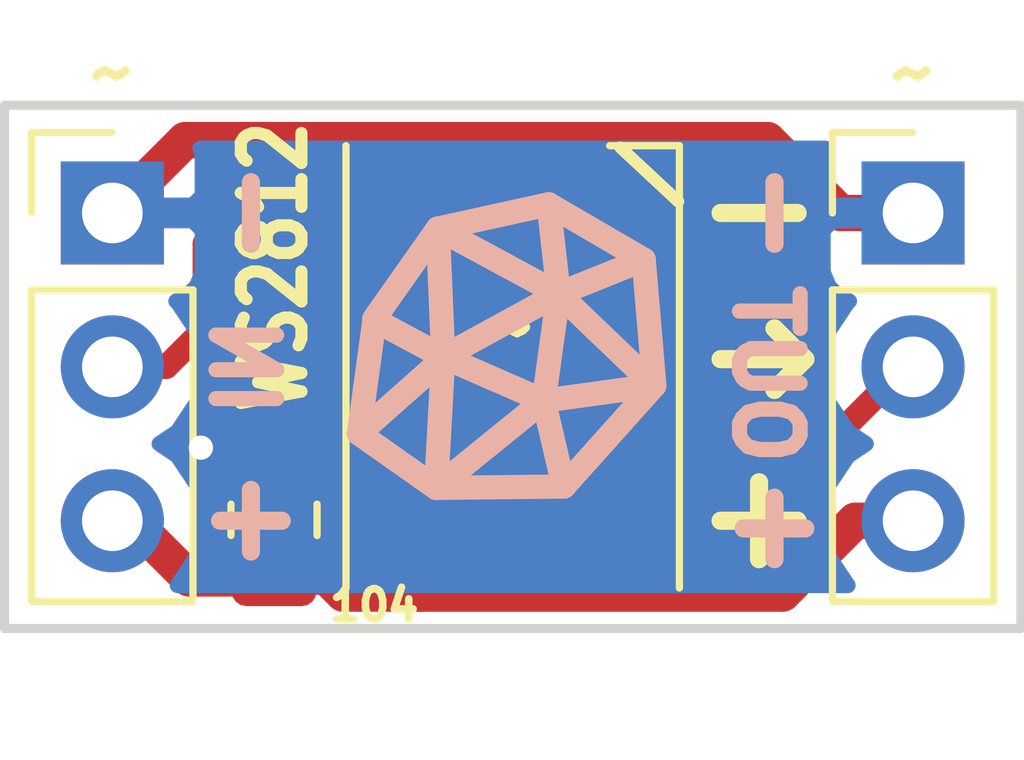
<source format=kicad_pcb>
(kicad_pcb (version 20171130) (host pcbnew "(5.0.2)-1")

  (general
    (thickness 1.6)
    (drawings 42)
    (tracks 35)
    (zones 0)
    (modules 4)
    (nets 5)
  )

  (page A4)
  (layers
    (0 F.Cu signal)
    (31 B.Cu signal)
    (32 B.Adhes user)
    (33 F.Adhes user)
    (34 B.Paste user)
    (35 F.Paste user)
    (36 B.SilkS user)
    (37 F.SilkS user)
    (38 B.Mask user)
    (39 F.Mask user)
    (40 Dwgs.User user)
    (41 Cmts.User user hide)
    (42 Eco1.User user hide)
    (43 Eco2.User user hide)
    (44 Edge.Cuts user)
    (45 Margin user)
    (46 B.CrtYd user)
    (47 F.CrtYd user hide)
    (48 B.Fab user)
    (49 F.Fab user)
  )

  (setup
    (last_trace_width 0.25)
    (trace_clearance 0.2)
    (zone_clearance 0.508)
    (zone_45_only no)
    (trace_min 0.2)
    (segment_width 0.2)
    (edge_width 0.15)
    (via_size 0.8)
    (via_drill 0.4)
    (via_min_size 0.4)
    (via_min_drill 0.3)
    (uvia_size 0.3)
    (uvia_drill 0.1)
    (uvias_allowed no)
    (uvia_min_size 0.2)
    (uvia_min_drill 0.1)
    (pcb_text_width 0.3)
    (pcb_text_size 1.5 1.5)
    (mod_edge_width 0.15)
    (mod_text_size 1 1)
    (mod_text_width 0.15)
    (pad_size 1.524 1.524)
    (pad_drill 0.762)
    (pad_to_mask_clearance 0.051)
    (solder_mask_min_width 0.25)
    (aux_axis_origin 140.462 93.472)
    (grid_origin 140.462 93.472)
    (visible_elements 7FFFFFFF)
    (pcbplotparams
      (layerselection 0x010f8_ffffffff)
      (usegerberextensions false)
      (usegerberattributes false)
      (usegerberadvancedattributes false)
      (creategerberjobfile false)
      (excludeedgelayer true)
      (linewidth 0.100000)
      (plotframeref false)
      (viasonmask false)
      (mode 1)
      (useauxorigin true)
      (hpglpennumber 1)
      (hpglpenspeed 20)
      (hpglpendiameter 15.000000)
      (psnegative false)
      (psa4output false)
      (plotreference true)
      (plotvalue true)
      (plotinvisibletext false)
      (padsonsilk false)
      (subtractmaskfromsilk false)
      (outputformat 1)
      (mirror false)
      (drillshape 0)
      (scaleselection 1)
      (outputdirectory "./release_1.0"))
  )

  (net 0 "")
  (net 1 "Net-(C1-Pad1)")
  (net 2 "Net-(C1-Pad2)")
  (net 3 "Net-(D1-Pad4)")
  (net 4 "Net-(D1-Pad2)")

  (net_class Default "This is the default net class."
    (clearance 0.2)
    (trace_width 0.25)
    (via_dia 0.8)
    (via_drill 0.4)
    (uvia_dia 0.3)
    (uvia_drill 0.1)
    (add_net "Net-(C1-Pad1)")
    (add_net "Net-(C1-Pad2)")
    (add_net "Net-(D1-Pad2)")
    (add_net "Net-(D1-Pad4)")
  )

  (module LED_SMD:LED_WS2812B_PLCC4_5.0x5.0mm_P3.2mm locked (layer F.Cu) (tedit 5CAABC3F) (tstamp 5CAABF83)
    (at 148.844 97.79 90)
    (descr https://cdn-shop.adafruit.com/datasheets/WS2812B.pdf)
    (tags "LED RGB NeoPixel")
    (path /5C9EA145)
    (attr smd)
    (fp_text reference ~ (at 0.635 0 180) (layer F.SilkS)
      (effects (font (size 1 1) (thickness 0.15)))
    )
    (fp_text value WS2812B (at 5.207 0 180) (layer F.Fab)
      (effects (font (size 1 1) (thickness 0.15)))
    )
    (fp_circle (center 0 0) (end 0 -2) (layer F.Fab) (width 0.1))
    (fp_line (start 3.65 2.75) (end 3.65 1.6) (layer F.SilkS) (width 0.12))
    (fp_line (start -3.65 2.75) (end 3.65 2.75) (layer F.SilkS) (width 0.12))
    (fp_line (start -3.65 -2.75) (end 3.65 -2.75) (layer F.SilkS) (width 0.12))
    (fp_line (start 2.5 -2.5) (end -2.5 -2.5) (layer F.Fab) (width 0.1))
    (fp_line (start 2.5 2.5) (end 2.5 -2.5) (layer F.Fab) (width 0.1))
    (fp_line (start -2.5 2.5) (end 2.5 2.5) (layer F.Fab) (width 0.1))
    (fp_line (start -2.5 -2.5) (end -2.5 2.5) (layer F.Fab) (width 0.1))
    (fp_line (start 2.5 1.5) (end 1.5 2.5) (layer F.Fab) (width 0.1))
    (fp_line (start -3.45 -2.75) (end -3.45 2.75) (layer F.CrtYd) (width 0.05))
    (fp_line (start -3.45 2.75) (end 3.45 2.75) (layer F.CrtYd) (width 0.05))
    (fp_line (start 3.45 2.75) (end 3.45 -2.75) (layer F.CrtYd) (width 0.05))
    (fp_line (start 3.45 -2.75) (end -3.45 -2.75) (layer F.CrtYd) (width 0.05))
    (fp_text user %R (at 0 0 270) (layer F.Fab)
      (effects (font (size 0.8 0.8) (thickness 0.15)))
    )
    (fp_text user 1 (at -1.016 -1.6 90) (layer F.SilkS) hide
      (effects (font (size 1 1) (thickness 0.15)))
    )
    (pad 1 smd rect (at -2.45 -1.6 90) (size 1.5 1) (layers F.Cu F.Paste F.Mask)
      (net 1 "Net-(C1-Pad1)"))
    (pad 2 smd rect (at -2.45 1.6 90) (size 1.5 1) (layers F.Cu F.Paste F.Mask)
      (net 4 "Net-(D1-Pad2)"))
    (pad 4 smd rect (at 2.45 -1.6 90) (size 1.5 1) (layers F.Cu F.Paste F.Mask)
      (net 3 "Net-(D1-Pad4)"))
    (pad 3 smd rect (at 2.45 1.6 90) (size 1.5 1) (layers F.Cu F.Paste F.Mask)
      (net 2 "Net-(C1-Pad2)"))
    (model ${KISYS3DMOD}/LED_SMD.3dshapes/LED_WS2812B_PLCC4_5.0x5.0mm_P3.2mm.wrl
      (at (xyz 0 0 0))
      (scale (xyz 1 1 1))
      (rotate (xyz 0 0 0))
    )
  )

  (module Connector_PinHeader_2.54mm:PinHeader_1x03_P2.54mm_Vertical (layer F.Cu) (tedit 5CAABA63) (tstamp 5CAB31C8)
    (at 142.24 95.25)
    (descr "Through hole straight pin header, 1x03, 2.54mm pitch, single row")
    (tags "Through hole pin header THT 1x03 2.54mm single row")
    (path /5C9EA24D)
    (fp_text reference ~ (at 0 -2.33) (layer F.SilkS)
      (effects (font (size 1 1) (thickness 0.15)))
    )
    (fp_text value ~ (at 0 7.41) (layer F.Fab)
      (effects (font (size 1 1) (thickness 0.15)))
    )
    (fp_text user %R (at 0 2.54 90) (layer F.Fab)
      (effects (font (size 1 1) (thickness 0.15)))
    )
    (fp_line (start 1.8 -1.8) (end -1.8 -1.8) (layer F.CrtYd) (width 0.05))
    (fp_line (start 1.8 6.85) (end 1.8 -1.8) (layer F.CrtYd) (width 0.05))
    (fp_line (start -1.8 6.85) (end 1.8 6.85) (layer F.CrtYd) (width 0.05))
    (fp_line (start -1.8 -1.8) (end -1.8 6.85) (layer F.CrtYd) (width 0.05))
    (fp_line (start -1.33 -1.33) (end 0 -1.33) (layer F.SilkS) (width 0.12))
    (fp_line (start -1.33 0) (end -1.33 -1.33) (layer F.SilkS) (width 0.12))
    (fp_line (start -1.33 1.27) (end 1.33 1.27) (layer F.SilkS) (width 0.12))
    (fp_line (start 1.33 1.27) (end 1.33 6.41) (layer F.SilkS) (width 0.12))
    (fp_line (start -1.33 1.27) (end -1.33 6.41) (layer F.SilkS) (width 0.12))
    (fp_line (start -1.33 6.41) (end 1.33 6.41) (layer F.SilkS) (width 0.12))
    (fp_line (start -1.27 -0.635) (end -0.635 -1.27) (layer F.Fab) (width 0.1))
    (fp_line (start -1.27 6.35) (end -1.27 -0.635) (layer F.Fab) (width 0.1))
    (fp_line (start 1.27 6.35) (end -1.27 6.35) (layer F.Fab) (width 0.1))
    (fp_line (start 1.27 -1.27) (end 1.27 6.35) (layer F.Fab) (width 0.1))
    (fp_line (start -0.635 -1.27) (end 1.27 -1.27) (layer F.Fab) (width 0.1))
    (pad 3 thru_hole oval (at 0 5.08) (size 1.7 1.7) (drill 1) (layers *.Cu *.Mask)
      (net 1 "Net-(C1-Pad1)"))
    (pad 2 thru_hole oval (at 0 2.54) (size 1.7 1.7) (drill 1) (layers *.Cu *.Mask)
      (net 3 "Net-(D1-Pad4)"))
    (pad 1 thru_hole rect (at 0 0) (size 1.7 1.7) (drill 1) (layers *.Cu *.Mask)
      (net 2 "Net-(C1-Pad2)"))
    (model ${KISYS3DMOD}/Connector_PinHeader_2.54mm.3dshapes/PinHeader_1x03_P2.54mm_Vertical.wrl
      (at (xyz 0 0 0))
      (scale (xyz 1 1 1))
      (rotate (xyz 0 0 0))
    )
  )

  (module Connector_PinHeader_2.54mm:PinHeader_1x03_P2.54mm_Vertical (layer F.Cu) (tedit 5CAABA68) (tstamp 5CACF508)
    (at 155.448 95.25)
    (descr "Through hole straight pin header, 1x03, 2.54mm pitch, single row")
    (tags "Through hole pin header THT 1x03 2.54mm single row")
    (path /5C9EA20B)
    (fp_text reference ~ (at 0 -2.33) (layer F.SilkS)
      (effects (font (size 1 1) (thickness 0.15)))
    )
    (fp_text value ~ (at 0 7.41) (layer F.Fab)
      (effects (font (size 1 1) (thickness 0.15)))
    )
    (fp_line (start -0.635 -1.27) (end 1.27 -1.27) (layer F.Fab) (width 0.1))
    (fp_line (start 1.27 -1.27) (end 1.27 6.35) (layer F.Fab) (width 0.1))
    (fp_line (start 1.27 6.35) (end -1.27 6.35) (layer F.Fab) (width 0.1))
    (fp_line (start -1.27 6.35) (end -1.27 -0.635) (layer F.Fab) (width 0.1))
    (fp_line (start -1.27 -0.635) (end -0.635 -1.27) (layer F.Fab) (width 0.1))
    (fp_line (start -1.33 6.41) (end 1.33 6.41) (layer F.SilkS) (width 0.12))
    (fp_line (start -1.33 1.27) (end -1.33 6.41) (layer F.SilkS) (width 0.12))
    (fp_line (start 1.33 1.27) (end 1.33 6.41) (layer F.SilkS) (width 0.12))
    (fp_line (start -1.33 1.27) (end 1.33 1.27) (layer F.SilkS) (width 0.12))
    (fp_line (start -1.33 0) (end -1.33 -1.33) (layer F.SilkS) (width 0.12))
    (fp_line (start -1.33 -1.33) (end 0 -1.33) (layer F.SilkS) (width 0.12))
    (fp_line (start -1.8 -1.8) (end -1.8 6.85) (layer F.CrtYd) (width 0.05))
    (fp_line (start -1.8 6.85) (end 1.8 6.85) (layer F.CrtYd) (width 0.05))
    (fp_line (start 1.8 6.85) (end 1.8 -1.8) (layer F.CrtYd) (width 0.05))
    (fp_line (start 1.8 -1.8) (end -1.8 -1.8) (layer F.CrtYd) (width 0.05))
    (fp_text user %R (at 0 2.54 90) (layer F.Fab)
      (effects (font (size 1 1) (thickness 0.15)))
    )
    (pad 1 thru_hole rect (at 0 0) (size 1.7 1.7) (drill 1) (layers *.Cu *.Mask)
      (net 2 "Net-(C1-Pad2)"))
    (pad 2 thru_hole oval (at 0 2.54) (size 1.7 1.7) (drill 1) (layers *.Cu *.Mask)
      (net 4 "Net-(D1-Pad2)"))
    (pad 3 thru_hole oval (at 0 5.08) (size 1.7 1.7) (drill 1) (layers *.Cu *.Mask)
      (net 1 "Net-(C1-Pad1)"))
    (model ${KISYS3DMOD}/Connector_PinHeader_2.54mm.3dshapes/PinHeader_1x03_P2.54mm_Vertical.wrl
      (at (xyz 0 0 0))
      (scale (xyz 1 1 1))
      (rotate (xyz 0 0 0))
    )
  )

  (module Capacitor_SMD:C_0805_2012Metric (layer F.Cu) (tedit 5CAADFF8) (tstamp 5CAB3368)
    (at 144.907 100.315 90)
    (descr "Capacitor SMD 0805 (2012 Metric), square (rectangular) end terminal, IPC_7351 nominal, (Body size source: https://docs.google.com/spreadsheets/d/1BsfQQcO9C6DZCsRaXUlFlo91Tg2WpOkGARC1WS5S8t0/edit?usp=sharing), generated with kicad-footprint-generator")
    (tags capacitor)
    (path /5C9EA4DE)
    (attr smd)
    (fp_text reference 104 (at -1.412 1.651) (layer F.SilkS)
      (effects (font (size 0.5 0.5) (thickness 0.125)))
    )
    (fp_text value 100n (at -3.1265 -0.0635 180) (layer F.Fab)
      (effects (font (size 1 1) (thickness 0.15)))
    )
    (fp_line (start -1 0.6) (end -1 -0.6) (layer F.Fab) (width 0.1))
    (fp_line (start -1 -0.6) (end 1 -0.6) (layer F.Fab) (width 0.1))
    (fp_line (start 1 -0.6) (end 1 0.6) (layer F.Fab) (width 0.1))
    (fp_line (start 1 0.6) (end -1 0.6) (layer F.Fab) (width 0.1))
    (fp_line (start -0.258578 -0.71) (end 0.258578 -0.71) (layer F.SilkS) (width 0.12))
    (fp_line (start -0.258578 0.71) (end 0.258578 0.71) (layer F.SilkS) (width 0.12))
    (fp_line (start -1.68 0.95) (end -1.68 -0.95) (layer F.CrtYd) (width 0.05))
    (fp_line (start -1.68 -0.95) (end 1.68 -0.95) (layer F.CrtYd) (width 0.05))
    (fp_line (start 1.68 -0.95) (end 1.68 0.95) (layer F.CrtYd) (width 0.05))
    (fp_line (start 1.68 0.95) (end -1.68 0.95) (layer F.CrtYd) (width 0.05))
    (fp_text user %R (at 0 0 90) (layer F.Fab)
      (effects (font (size 0.5 0.5) (thickness 0.08)))
    )
    (pad 1 smd roundrect (at -0.9375 0 90) (size 0.975 1.4) (layers F.Cu F.Paste F.Mask) (roundrect_rratio 0.25)
      (net 1 "Net-(C1-Pad1)"))
    (pad 2 smd roundrect (at 0.9375 0 90) (size 0.975 1.4) (layers F.Cu F.Paste F.Mask) (roundrect_rratio 0.25)
      (net 2 "Net-(C1-Pad2)"))
    (model ${KISYS3DMOD}/Capacitor_SMD.3dshapes/C_0805_2012Metric.wrl
      (at (xyz 0 0 0))
      (scale (xyz 1 1 1))
      (rotate (xyz 0 0 0))
    )
  )

  (gr_line (start 153.162 95.758) (end 153.162 94.742) (layer B.SilkS) (width 0.3) (tstamp 5CACF9D7))
  (gr_line (start 144.526 95.758) (end 144.526 94.742) (layer B.SilkS) (width 0.3) (tstamp 5CACF9D4))
  (gr_line (start 152.654 100.457) (end 153.67 100.457) (layer B.SilkS) (width 0.3) (tstamp 5CACF9E6))
  (gr_line (start 153.162 99.949) (end 153.162 100.965) (layer B.SilkS) (width 0.3) (tstamp 5CACF9A1))
  (gr_line (start 144.526 99.822) (end 144.526 100.838) (layer B.SilkS) (width 0.3))
  (gr_line (start 144.018 100.33) (end 145.034 100.33) (layer B.SilkS) (width 0.3))
  (gr_text OUT (at 153.035 97.917 270) (layer B.SilkS)
    (effects (font (size 1 1) (thickness 0.25)) (justify mirror))
  )
  (gr_text IN (at 144.399 97.79 270) (layer B.SilkS)
    (effects (font (size 1 1) (thickness 0.25)) (justify mirror))
  )
  (gr_line (start 147.609069 95.508123) (end 147.697667 97.625745) (angle 90) (layer B.SilkS) (width 0.4) (tstamp 5CACF7D6))
  (gr_line (start 151.179963 98.098136) (end 149.355745 98.348865) (angle 90) (layer B.SilkS) (width 0.4) (tstamp 5CACF7D5))
  (gr_line (start 149.355746 98.348865) (end 149.687113 99.765356) (angle 90) (layer B.SilkS) (width 0.4) (tstamp 5CACF7D4))
  (gr_line (start 149.687103 99.765365) (end 151.17997 98.098151) (angle 90) (layer B.SilkS) (width 0.4) (tstamp 5CACF7D3))
  (gr_line (start 147.695877 97.659764) (end 146.308159 98.890547) (angle 90) (layer B.SilkS) (width 0.4) (tstamp 5CACF7D2))
  (gr_line (start 149.436461 95.107094) (end 149.602441 96.58454) (angle 90) (layer B.SilkS) (width 0.4) (tstamp 5CACF7D1))
  (gr_line (start 147.697683 97.625754) (end 147.581361 99.787652) (angle 90) (layer B.SilkS) (width 0.4) (tstamp 5CACF7D0))
  (gr_line (start 151.17997 98.098151) (end 151.004766 96.020916) (angle 90) (layer B.SilkS) (width 0.4) (tstamp 5CACF7CF))
  (gr_line (start 149.355746 98.348865) (end 147.581386 99.787652) (angle 90) (layer B.SilkS) (width 0.4) (tstamp 5CACF7CE))
  (gr_line (start 149.602454 96.584545) (end 147.69768 97.62574) (angle 90) (layer B.SilkS) (width 0.4) (tstamp 5CACF7CD))
  (gr_line (start 149.436461 95.107077) (end 147.609054 95.508142) (angle 90) (layer B.SilkS) (width 0.4) (tstamp 5CACF7CC))
  (gr_line (start 149.602441 96.58454) (end 147.609082 95.508118) (angle 90) (layer B.SilkS) (width 0.4) (tstamp 5CACF7CB))
  (gr_line (start 151.004766 96.020916) (end 149.436461 95.107077) (angle 90) (layer B.SilkS) (width 0.4) (tstamp 5CACF7CA))
  (gr_line (start 146.308172 98.890556) (end 147.581376 99.787661) (angle 90) (layer B.SilkS) (width 0.4) (tstamp 5CACF7C9))
  (gr_line (start 149.355745 98.348865) (end 149.601233 96.565464) (angle 90) (layer B.SilkS) (width 0.4) (tstamp 5CACF7C8))
  (gr_line (start 147.69768 97.62574) (end 146.563684 97.016694) (angle 90) (layer B.SilkS) (width 0.4) (tstamp 5CACF7C7))
  (gr_line (start 147.609054 95.508142) (end 146.561255 96.995222) (angle 90) (layer B.SilkS) (width 0.4) (tstamp 5CACF7C6))
  (gr_line (start 147.581376 99.787661) (end 149.687103 99.765365) (angle 90) (layer B.SilkS) (width 0.4) (tstamp 5CACF7C5))
  (gr_line (start 147.697683 97.625754) (end 149.355744 98.348865) (angle 90) (layer B.SilkS) (width 0.4) (tstamp 5CACF7C4))
  (gr_line (start 151.00478 96.020937) (end 149.602455 96.584545) (angle 90) (layer B.SilkS) (width 0.4) (tstamp 5CACF7C3))
  (gr_line (start 149.602455 96.584545) (end 151.179968 98.098122) (angle 90) (layer B.SilkS) (width 0.4) (tstamp 5CACF7C2))
  (gr_line (start 146.5637 97.016703) (end 146.308172 98.890556) (angle 90) (layer B.SilkS) (width 0.4) (tstamp 5CACF7C1))
  (gr_line (start 152.908 99.695) (end 152.908 100.965) (layer F.SilkS) (width 0.3))
  (gr_line (start 153.543 100.33) (end 152.273 100.33) (layer F.SilkS) (width 0.3))
  (gr_line (start 153.543 95.25) (end 152.273 95.25) (layer F.SilkS) (width 0.3))
  (gr_line (start 152.273 97.663) (end 153.67 97.663) (layer F.SilkS) (width 0.3) (tstamp 5CACF40F))
  (gr_line (start 153.67 97.663) (end 153.162 97.155) (layer F.SilkS) (width 0.3) (tstamp 5CACF40E))
  (gr_line (start 153.67 97.663) (end 153.162 98.171) (layer F.SilkS) (width 0.3) (tstamp 5CACF40D))
  (gr_text WS2812 (at 144.907 96.139 90) (layer F.SilkS)
    (effects (font (size 1 0.8) (thickness 0.2)))
  )
  (gr_line (start 150.622 94.1705) (end 151.5745 95.0595) (layer F.SilkS) (width 0.2))
  (gr_line (start 157.226 93.472) (end 157.226 102.108) (layer Edge.Cuts) (width 0.15))
  (gr_line (start 140.462 93.472) (end 157.226 93.472) (layer Edge.Cuts) (width 0.15))
  (gr_line (start 140.462 102.108) (end 140.462 93.472) (layer Edge.Cuts) (width 0.15))
  (gr_line (start 140.462 102.108) (end 157.226 102.108) (layer Edge.Cuts) (width 0.15))

  (segment (start 154.4955 100.33) (end 155.702 100.33) (width 0.6) (layer F.Cu) (net 1))
  (segment (start 147.154 100.33) (end 147.244 100.24) (width 0.6) (layer F.Cu) (net 1))
  (segment (start 153.29251 101.53299) (end 154.4955 100.33) (width 0.6) (layer F.Cu) (net 1))
  (segment (start 147.244 101.45699) (end 147.32 101.53299) (width 0.6) (layer F.Cu) (net 1))
  (segment (start 147.244 100.24) (end 147.244 101.45699) (width 0.6) (layer F.Cu) (net 1))
  (segment (start 147.32 101.53299) (end 153.29251 101.53299) (width 0.6) (layer F.Cu) (net 1))
  (segment (start 142.24 100.33) (end 142.5575 100.33) (width 0.6) (layer F.Cu) (net 1))
  (segment (start 146.05099 101.53299) (end 147.32 101.53299) (width 0.6) (layer F.Cu) (net 1))
  (segment (start 144.9405 101.2825) (end 144.9705 101.2525) (width 0.6) (layer F.Cu) (net 1))
  (segment (start 144.9705 101.2525) (end 145.7705 101.2525) (width 0.6) (layer F.Cu) (net 1))
  (segment (start 142.5575 100.33) (end 143.51 101.2825) (width 0.6) (layer F.Cu) (net 1))
  (segment (start 143.51 101.2825) (end 144.9405 101.2825) (width 0.6) (layer F.Cu) (net 1))
  (segment (start 145.7705 101.2525) (end 146.05099 101.53299) (width 0.6) (layer F.Cu) (net 1))
  (segment (start 155.702 95.25) (end 154.250293 95.25) (width 0.6) (layer F.Cu) (net 2))
  (segment (start 154.250293 95.25) (end 153.047303 94.04701) (width 0.6) (layer F.Cu) (net 2))
  (segment (start 143.44299 94.04701) (end 142.24 95.25) (width 0.6) (layer F.Cu) (net 2))
  (segment (start 149.987 94.04701) (end 143.44299 94.04701) (width 0.6) (layer F.Cu) (net 2))
  (segment (start 150.444 94.05951) (end 150.4315 94.04701) (width 0.6) (layer F.Cu) (net 2))
  (segment (start 150.444 95.34) (end 150.444 94.05951) (width 0.6) (layer F.Cu) (net 2))
  (segment (start 153.047303 94.04701) (end 150.4315 94.04701) (width 0.6) (layer F.Cu) (net 2))
  (segment (start 150.4315 94.04701) (end 149.987 94.04701) (width 0.6) (layer F.Cu) (net 2))
  (via (at 143.7005 99.123504) (size 0.8) (drill 0.4) (layers F.Cu B.Cu) (net 2))
  (segment (start 143.954496 99.3775) (end 143.7005 99.123504) (width 0.6) (layer F.Cu) (net 2))
  (segment (start 144.9705 99.3775) (end 143.954496 99.3775) (width 0.6) (layer F.Cu) (net 2))
  (segment (start 143.129 97.79) (end 142.24 97.79) (width 0.4) (layer F.Cu) (net 3))
  (segment (start 143.764 97.155) (end 143.129 97.79) (width 0.4) (layer F.Cu) (net 3))
  (segment (start 143.764 95.758) (end 143.764 97.155) (width 0.4) (layer F.Cu) (net 3))
  (segment (start 144.272 95.25) (end 143.764 95.758) (width 0.4) (layer F.Cu) (net 3))
  (segment (start 147.244 95.34) (end 147.154 95.25) (width 0.4) (layer F.Cu) (net 3))
  (segment (start 147.154 95.25) (end 144.272 95.25) (width 0.4) (layer F.Cu) (net 3))
  (segment (start 150.444 99.99) (end 150.444 100.24) (width 0.25) (layer F.Cu) (net 4))
  (segment (start 155.702 97.79) (end 155.321 97.79) (width 0.25) (layer F.Cu) (net 4))
  (segment (start 151.501 98.933) (end 150.444 99.99) (width 0.4) (layer F.Cu) (net 4))
  (segment (start 155.321 97.79) (end 154.178 98.933) (width 0.4) (layer F.Cu) (net 4))
  (segment (start 154.178 98.933) (end 151.501 98.933) (width 0.4) (layer F.Cu) (net 4))

  (zone (net 2) (net_name "Net-(C1-Pad2)") (layer B.Cu) (tstamp 5CB001B7) (hatch edge 0.508)
    (connect_pads (clearance 0.508))
    (min_thickness 0.254)
    (fill yes (arc_segments 16) (thermal_gap 0.508) (thermal_bridge_width 0.508))
    (polygon
      (pts
        (xy 140.462 93.472) (xy 157.226 93.472) (xy 157.226 102.108) (xy 140.462 102.108)
      )
    )
    (filled_polygon
      (pts
        (xy 153.963 94.27369) (xy 153.963 94.96425) (xy 154.12175 95.123) (xy 155.321 95.123) (xy 155.321 95.103)
        (xy 155.575 95.103) (xy 155.575 95.123) (xy 155.595 95.123) (xy 155.595 95.377) (xy 155.575 95.377)
        (xy 155.575 95.397) (xy 155.321 95.397) (xy 155.321 95.377) (xy 154.12175 95.377) (xy 153.963 95.53575)
        (xy 153.963 96.22631) (xy 154.059673 96.459699) (xy 154.238302 96.638327) (xy 154.399033 96.704904) (xy 154.377375 96.719375)
        (xy 154.049161 97.210582) (xy 153.933908 97.79) (xy 154.049161 98.369418) (xy 154.377375 98.860625) (xy 154.675761 99.06)
        (xy 154.377375 99.259375) (xy 154.049161 99.750582) (xy 153.933908 100.33) (xy 154.049161 100.909418) (xy 154.375621 101.398)
        (xy 143.312379 101.398) (xy 143.638839 100.909418) (xy 143.754092 100.33) (xy 143.638839 99.750582) (xy 143.310625 99.259375)
        (xy 143.012239 99.06) (xy 143.310625 98.860625) (xy 143.638839 98.369418) (xy 143.754092 97.79) (xy 143.638839 97.210582)
        (xy 143.310625 96.719375) (xy 143.288967 96.704904) (xy 143.449698 96.638327) (xy 143.628327 96.459699) (xy 143.725 96.22631)
        (xy 143.725 95.53575) (xy 143.56625 95.377) (xy 142.367 95.377) (xy 142.367 95.397) (xy 142.113 95.397)
        (xy 142.113 95.377) (xy 142.093 95.377) (xy 142.093 95.123) (xy 142.113 95.123) (xy 142.113 95.103)
        (xy 142.367 95.103) (xy 142.367 95.123) (xy 143.56625 95.123) (xy 143.725 94.96425) (xy 143.725 94.27369)
        (xy 143.687021 94.182) (xy 154.000979 94.182)
      )
    )
  )
)

</source>
